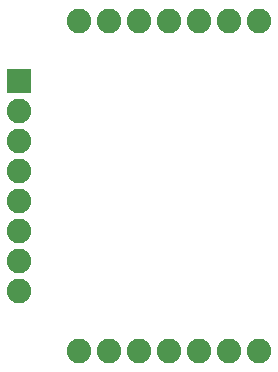
<source format=gbr>
G04 EAGLE Gerber RS-274X export*
G75*
%MOMM*%
%FSLAX34Y34*%
%LPD*%
%INSoldermask Bottom*%
%IPPOS*%
%AMOC8*
5,1,8,0,0,1.08239X$1,22.5*%
G01*
%ADD10R,2.082800X2.082800*%
%ADD11C,2.082800*%


D10*
X12700Y241300D03*
D11*
X12700Y215900D03*
X12700Y190500D03*
X12700Y165100D03*
X12700Y139700D03*
X12700Y114300D03*
X12700Y88900D03*
X12700Y63500D03*
X63500Y292100D03*
X88900Y292100D03*
X114300Y292100D03*
X139700Y292100D03*
X165100Y292100D03*
X190500Y292100D03*
X215900Y292100D03*
X63500Y12700D03*
X88900Y12700D03*
X114300Y12700D03*
X139700Y12700D03*
X165100Y12700D03*
X190500Y12700D03*
X215900Y12700D03*
M02*

</source>
